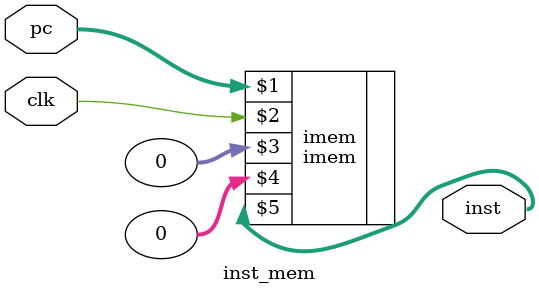
<source format=sv>
module inst_mem( input logic clk,
                 input logic [15:0]  pc,
                 output logic [15:0] inst );

   imem imem( pc, clk, 0, 0, inst );
   
endmodule

</source>
